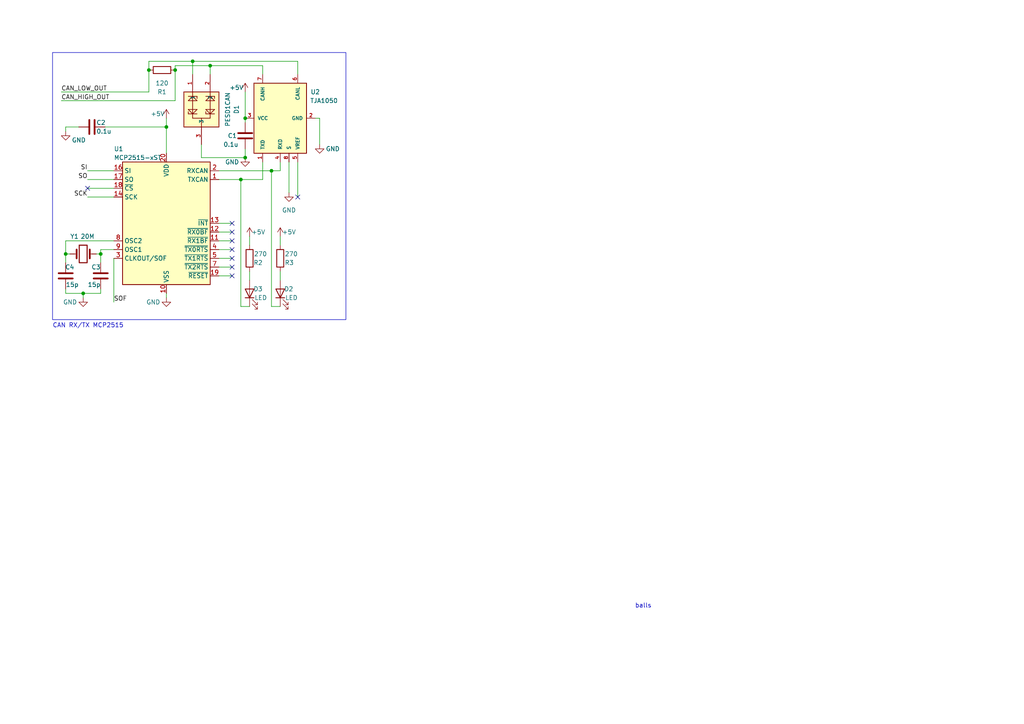
<source format=kicad_sch>
(kicad_sch (version 20230121) (generator eeschema)
  (paper "A4")
  (lib_symbols
    (symbol "Device:C" (pin_numbers hide) (pin_names (offset 0.254))
      (property "Reference" "C" (at 0.635 2.54 0))
      (property "Value" "C" (at 0.635 -2.54 0))
      (symbol "C_0_1"
        (polyline (pts (xy -2.032 -0.762) (xy 2.032 -0.762)) (stroke (width 0.508)))
        (polyline (pts (xy -2.032 0.762) (xy 2.032 0.762)) (stroke (width 0.508)))
      )
      (symbol "C_1_1"
        (pin passive line (at 0 3.81 270) (length 2.794) (name "~") (number "1"))
        (pin passive line (at 0 -3.81 90) (length 2.794) (name "~") (number "2"))
      )
    )
    (symbol "Device:Crystal" (pin_numbers hide) (pin_names (offset 1.016) hide)
      (property "Reference" "Y" (at 0 3.81 0))
      (property "Value" "Crystal" (at 0 -3.81 0))
      (symbol "Crystal_0_1"
        (rectangle (start -1.143 2.54) (end 1.143 -2.54) (stroke (width 0.3048)))
        (polyline (pts (xy -2.54 0) (xy -1.905 0)))
        (polyline (pts (xy -1.905 -1.27) (xy -1.905 1.27)) (stroke (width 0.508)))
        (polyline (pts (xy 1.905 -1.27) (xy 1.905 1.27)) (stroke (width 0.508)))
        (polyline (pts (xy 2.54 0) (xy 1.905 0)))
      )
      (symbol "Crystal_1_1"
        (pin passive line (at -3.81 0 0) (length 1.27) (name "1") (number "1"))
        (pin passive line (at 3.81 0 180) (length 1.27) (name "2") (number "2"))
      )
    )
    (symbol "Device:LED" (pin_numbers hide) (pin_names (offset 1.016) hide)
      (property "Reference" "D" (at 0 2.54 0))
      (property "Value" "LED" (at 0 -2.54 0))
      (symbol "LED_0_1"
        (polyline (pts (xy -1.27 -1.27) (xy -1.27 1.27)) (stroke (width 0.254)))
        (polyline (pts (xy -1.27 0) (xy 1.27 0)))
        (polyline (pts (xy 1.27 -1.27) (xy 1.27 1.27) (xy -1.27 0) (xy 1.27 -1.27)) (stroke (width 0.254)))
        (polyline (pts (xy -3.048 -0.762) (xy -4.572 -2.286) (xy -3.81 -2.286) (xy -4.572 -2.286) (xy -4.572 -1.524)))
        (polyline (pts (xy -1.778 -0.762) (xy -3.302 -2.286) (xy -2.54 -2.286) (xy -3.302 -2.286) (xy -3.302 -1.524)))
      )
      (symbol "LED_1_1"
        (pin passive line (at -3.81 0 0) (length 2.54) (name "K") (number "1"))
        (pin passive line (at 3.81 0 180) (length 2.54) (name "A") (number "2"))
      )
    )
    (symbol "Device:R" (pin_numbers hide) (pin_names (offset 0))
      (property "Reference" "R" (at 2.032 0 90))
      (property "Value" "R" (at 0 0 90))
      (symbol "R_0_1"
        (rectangle (start -1.016 -2.54) (end 1.016 2.54) (stroke (width 0.254)))
      )
      (symbol "R_1_1"
        (pin passive line (at 0 3.81 270) (length 1.27) (name "~") (number "1"))
        (pin passive line (at 0 -3.81 90) (length 1.27) (name "~") (number "2"))
      )
    )
    (symbol "Interface_CAN_LIN:MCP2515-xST"
      (property "Reference" "U" (at -10.16 19.685 0))
      (property "Value" "MCP2515-xST" (at 19.05 20.32 0))
      (symbol "MCP2515-xST_0_1"
        (rectangle (start -12.7 17.78) (end 12.7 -17.78) (stroke (width 0.254)) (fill (type background)))
      )
      (symbol "MCP2515-xST_1_1"
        (pin output line (at 15.24 12.7 180) (length 2.54) (name "TXCAN") (number "1"))
        (pin power_in line (at 0 -20.32 90) (length 2.54) (name "VSS") (number "10"))
        (pin output line (at 15.24 -5.08 180) (length 2.54) (name "~{RX1BF}") (number "11"))
        (pin output line (at 15.24 -2.54 180) (length 2.54) (name "~{RX0BF}") (number "12"))
        (pin output line (at 15.24 0 180) (length 2.54) (name "~{INT}") (number "13"))
        (pin input line (at -15.24 7.62 0) (length 2.54) (name "SCK") (number "14"))
        (pin no_connect line (at -12.7 -2.54 0) (length 2.54) hide (name "NC") (number "15"))
        (pin input line (at -15.24 15.24 0) (length 2.54) (name "SI") (number "16"))
        (pin output line (at -15.24 12.7 0) (length 2.54) (name "SO") (number "17"))
        (pin input line (at -15.24 10.16 0) (length 2.54) (name "~{CS}") (number "18"))
        (pin input line (at 15.24 -15.24 180) (length 2.54) (name "~{RESET}") (number "19"))
        (pin input line (at 15.24 15.24 180) (length 2.54) (name "RXCAN") (number "2"))
        (pin power_in line (at 0 20.32 270) (length 2.54) (name "VDD") (number "20"))
        (pin output line (at -15.24 -10.16 0) (length 2.54) (name "CLKOUT/SOF") (number "3"))
        (pin input line (at 15.24 -7.62 180) (length 2.54) (name "~{TX0RTS}") (number "4"))
        (pin input line (at 15.24 -10.16 180) (length 2.54) (name "~{TX1RTS}") (number "5"))
        (pin no_connect line (at -12.7 0 0) (length 2.54) hide (name "NC") (number "6"))
        (pin input line (at 15.24 -12.7 180) (length 2.54) (name "~{TX2RTS}") (number "7"))
        (pin output line (at -15.24 -5.08 0) (length 2.54) (name "OSC2") (number "8"))
        (pin input line (at -15.24 -7.62 0) (length 2.54) (name "OSC1") (number "9"))
      )
    )
    (symbol "PESD1CAN:PESD1CAN" (pin_names (offset 1.016))
      (property "Reference" "D" (at 0 11.4366 0))
      (property "Value" "PESD1CAN" (at 0 -2.542 0))
      (symbol "PESD1CAN_0_0"
        (polyline (pts (xy 0 2.54) (xy 1.27 2.54)) (stroke (width 0.2032)))
        (polyline (pts (xy 0 7.62) (xy 1.27 7.62)) (stroke (width 0.2032)))
        (polyline (pts (xy 1.27 1.27) (xy 1.905 1.27)) (stroke (width 0.2032)))
        (polyline (pts (xy 1.27 2.54) (xy 1.27 1.27)) (stroke (width 0.2032)))
        (polyline (pts (xy 1.27 2.54) (xy 2.54 3.81)) (stroke (width 0.2032)))
        (polyline (pts (xy 1.27 2.54) (xy 6.35 2.54)) (stroke (width 0.2032)))
        (polyline (pts (xy 1.27 3.81) (xy 1.27 2.54)) (stroke (width 0.2032)))
        (polyline (pts (xy 1.27 6.35) (xy 1.905 6.35)) (stroke (width 0.2032)))
        (polyline (pts (xy 1.27 7.62) (xy 1.27 6.35)) (stroke (width 0.2032)))
        (polyline (pts (xy 1.27 7.62) (xy 2.54 8.89)) (stroke (width 0.2032)))
        (polyline (pts (xy 1.27 7.62) (xy 6.35 7.62)) (stroke (width 0.2032)))
        (polyline (pts (xy 1.27 8.89) (xy 1.27 7.62)) (stroke (width 0.2032)))
        (polyline (pts (xy 2.54 1.27) (xy 1.27 2.54)) (stroke (width 0.2032)))
        (polyline (pts (xy 2.54 3.81) (xy 2.54 1.27)) (stroke (width 0.2032)))
        (polyline (pts (xy 2.54 6.35) (xy 1.27 7.62)) (stroke (width 0.2032)))
        (polyline (pts (xy 2.54 8.89) (xy 2.54 6.35)) (stroke (width 0.2032)))
        (polyline (pts (xy 5.08 1.27) (xy 6.35 2.54)) (stroke (width 0.2032)))
        (polyline (pts (xy 5.08 3.81) (xy 5.08 1.27)) (stroke (width 0.2032)))
        (polyline (pts (xy 5.08 6.35) (xy 6.35 7.62)) (stroke (width 0.2032)))
        (polyline (pts (xy 5.08 8.89) (xy 5.08 6.35)) (stroke (width 0.2032)))
        (polyline (pts (xy 6.35 1.27) (xy 6.35 2.54)) (stroke (width 0.2032)))
        (polyline (pts (xy 6.35 2.54) (xy 5.08 3.81)) (stroke (width 0.2032)))
        (polyline (pts (xy 6.35 2.54) (xy 6.35 3.81)) (stroke (width 0.2032)))
        (polyline (pts (xy 6.35 2.54) (xy 7.62 2.54)) (stroke (width 0.2032)))
        (polyline (pts (xy 6.35 3.81) (xy 5.715 3.81)) (stroke (width 0.2032)))
        (polyline (pts (xy 6.35 6.35) (xy 6.35 7.62)) (stroke (width 0.2032)))
        (polyline (pts (xy 6.35 7.62) (xy 5.08 8.89)) (stroke (width 0.2032)))
        (polyline (pts (xy 6.35 7.62) (xy 6.35 8.89)) (stroke (width 0.2032)))
        (polyline (pts (xy 6.35 7.62) (xy 7.62 7.62)) (stroke (width 0.2032)))
        (polyline (pts (xy 6.35 8.89) (xy 5.715 8.89)) (stroke (width 0.2032)))
        (polyline (pts (xy 7.62 5.08) (xy 7.62 2.54)) (stroke (width 0.2032)))
        (polyline (pts (xy 7.62 5.08) (xy 10.16 5.08)) (stroke (width 0.2032)))
        (polyline (pts (xy 7.62 7.62) (xy 7.62 5.08)) (stroke (width 0.2032)))
        (rectangle (start 0 0) (end 10.16 10.16) (stroke (width 0.254)) (fill (type background)))
        (pin bidirectional line (at -5.08 7.62 0) (length 5.08) (name "1") (number "1"))
        (pin bidirectional line (at -5.08 2.54 0) (length 5.08) (name "2") (number "2"))
        (pin bidirectional line (at 15.24 5.08 180) (length 5.08) (name "3") (number "3"))
      )
    )
    (symbol "TJA1050:TJA1050" (pin_names (offset 1.016))
      (property "Reference" "U" (at -10.16 10.16 0))
      (property "Value" "TJA1050" (at -10.16 -10.16 0))
      (symbol "TJA1050_0_0"
        (rectangle (start -10.16 -7.62) (end 10.16 7.62) (stroke (width 0.254)) (fill (type background)))
        (pin output line (at -12.7 5.08 0) (length 2.54) (name "TXD") (number "1"))
        (pin bidirectional line (at 0 -10.16 90) (length 2.54) (name "GND") (number "2"))
        (pin bidirectional line (at 0 10.16 270) (length 2.54) (name "VCC") (number "3"))
        (pin bidirectional line (at -12.7 0 0) (length 2.54) (name "RXD") (number "4"))
        (pin passive line (at -12.7 -5.08 0) (length 2.54) (name "VREF") (number "5"))
        (pin bidirectional line (at 12.7 -5.08 180) (length 2.54) (name "CANL") (number "6"))
        (pin bidirectional line (at 12.7 5.08 180) (length 2.54) (name "CANH") (number "7"))
        (pin power_in line (at -12.7 -2.54 0) (length 2.54) (name "S") (number "8"))
      )
    )
    (symbol "power:+5V" (power) (pin_names (offset 0))
      (property "Value" "+5V" (at 0 3.556 0))
      (symbol "+5V_0_1"
        (polyline (pts (xy -0.762 1.27) (xy 0 2.54)))
        (polyline (pts (xy 0 0) (xy 0 2.54)))
        (polyline (pts (xy 0 2.54) (xy 0.762 1.27)))
      )
      (symbol "+5V_1_1"
        (pin power_in line (at 0 0 90) (length 0) hide (name "+5V") (number "1"))
      )
    )
    (symbol "power:GND" (power) (pin_names (offset 0))
      (property "Value" "GND" (at 0 -3.81 0))
      (symbol "GND_0_1"
        (polyline (pts (xy 0 0) (xy 0 -1.27) (xy 1.27 -1.27) (xy 0 -2.54) (xy -1.27 -1.27) (xy 0 -1.27)))
      )
      (symbol "GND_1_1"
        (pin power_in line (at 0 0 270) (length 0) hide (name "GND") (number "1"))
      )
    )
  )
  (junction (at 29.21 73.66))
  (junction (at 71.12 45.72))
  (junction (at 69.85 52.07))
  (junction (at 78.74 49.53))
  (junction (at 60.96 19.05))
  (junction (at 43.18 20.32))
  (junction (at 48.26 36.83))
  (junction (at 55.88 17.78))
  (junction (at 19.05 73.66))
  (junction (at 50.8 20.32))
  (junction (at 71.12 34.29))
  (junction (at 24.13 85.09))
  (no_connect (at 67.31 64.77))
  (no_connect (at 67.31 77.47))
  (no_connect (at 67.31 72.39))
  (no_connect (at 67.31 80.01))
  (no_connect (at 67.31 69.85))
  (no_connect (at 67.31 67.31))
  (no_connect (at 86.36 57.15))
  (no_connect (at 67.31 74.93))
  (no_connect (at 25.4 54.61))
  (wire (pts (xy 43.18 17.78) (xy 43.18 20.32)))
  (wire (pts (xy 83.82 46.99) (xy 83.82 55.88)))
  (wire (pts (xy 25.4 54.61) (xy 33.02 54.61)))
  (wire (pts (xy 17.78 26.67) (xy 43.18 26.67)))
  (wire (pts (xy 92.71 34.29) (xy 92.71 41.91)))
  (wire (pts (xy 48.26 36.83) (xy 48.26 44.45)))
  (wire (pts (xy 63.5 69.85) (xy 67.31 69.85)))
  (wire (pts (xy 63.5 77.47) (xy 67.31 77.47)))
  (wire (pts (xy 50.8 19.05) (xy 60.96 19.05)))
  (wire (pts (xy 81.28 78.74) (xy 81.28 81.28)))
  (wire (pts (xy 27.94 73.66) (xy 29.21 73.66)))
  (wire (pts (xy 58.42 45.72) (xy 58.42 41.91)))
  (wire (pts (xy 63.5 49.53) (xy 78.74 49.53)))
  (wire (pts (xy 69.85 52.07) (xy 76.2 52.07)))
  (wire (pts (xy 81.28 49.53) (xy 81.28 46.99)))
  (wire (pts (xy 81.28 88.9) (xy 78.74 88.9)))
  (wire (pts (xy 78.74 49.53) (xy 78.74 88.9)))
  (wire (pts (xy 71.12 26.67) (xy 71.12 34.29)))
  (wire (pts (xy 86.36 21.59) (xy 86.36 17.78)))
  (wire (pts (xy 78.74 49.53) (xy 81.28 49.53)))
  (wire (pts (xy 50.8 19.05) (xy 50.8 20.32)))
  (wire (pts (xy 50.8 29.21) (xy 17.78 29.21)))
  (wire (pts (xy 19.05 85.09) (xy 24.13 85.09)))
  (wire (pts (xy 30.48 36.83) (xy 48.26 36.83)))
  (wire (pts (xy 33.02 69.85) (xy 19.05 69.85)))
  (wire (pts (xy 63.5 64.77) (xy 67.31 64.77)))
  (wire (pts (xy 58.42 45.72) (xy 71.12 45.72)))
  (wire (pts (xy 63.5 52.07) (xy 69.85 52.07)))
  (wire (pts (xy 19.05 69.85) (xy 19.05 73.66)))
  (wire (pts (xy 72.39 88.9) (xy 69.85 88.9)))
  (wire (pts (xy 50.8 20.32) (xy 50.8 29.21)))
  (wire (pts (xy 25.4 52.07) (xy 33.02 52.07)))
  (wire (pts (xy 72.39 78.74) (xy 72.39 81.28)))
  (wire (pts (xy 24.13 85.09) (xy 24.13 86.36)))
  (wire (pts (xy 60.96 19.05) (xy 60.96 21.59)))
  (wire (pts (xy 19.05 83.82) (xy 19.05 85.09)))
  (wire (pts (xy 63.5 80.01) (xy 67.31 80.01)))
  (wire (pts (xy 69.85 88.9) (xy 69.85 52.07)))
  (wire (pts (xy 63.5 72.39) (xy 67.31 72.39)))
  (wire (pts (xy 24.13 85.09) (xy 29.21 85.09)))
  (wire (pts (xy 81.28 68.58) (xy 81.28 71.12)))
  (wire (pts (xy 29.21 73.66) (xy 29.21 76.2)))
  (wire (pts (xy 48.26 34.29) (xy 48.26 36.83)))
  (wire (pts (xy 43.18 20.32) (xy 43.18 26.67)))
  (wire (pts (xy 63.5 67.31) (xy 67.31 67.31)))
  (wire (pts (xy 55.88 17.78) (xy 55.88 21.59)))
  (wire (pts (xy 43.18 17.78) (xy 55.88 17.78)))
  (wire (pts (xy 86.36 46.99) (xy 86.36 57.15)))
  (wire (pts (xy 48.26 85.09) (xy 48.26 86.36)))
  (wire (pts (xy 19.05 36.83) (xy 22.86 36.83)))
  (wire (pts (xy 76.2 21.59) (xy 76.2 19.05)))
  (wire (pts (xy 20.32 73.66) (xy 19.05 73.66)))
  (wire (pts (xy 55.88 17.78) (xy 86.36 17.78)))
  (wire (pts (xy 63.5 74.93) (xy 67.31 74.93)))
  (wire (pts (xy 25.4 57.15) (xy 33.02 57.15)))
  (wire (pts (xy 33.02 74.93) (xy 33.02 87.63)))
  (wire (pts (xy 76.2 52.07) (xy 76.2 46.99)))
  (wire (pts (xy 60.96 19.05) (xy 76.2 19.05)))
  (wire (pts (xy 19.05 36.83) (xy 19.05 38.1)))
  (wire (pts (xy 72.39 68.58) (xy 72.39 71.12)))
  (wire (pts (xy 33.02 72.39) (xy 29.21 72.39)))
  (wire (pts (xy 25.4 49.53) (xy 33.02 49.53)))
  (wire (pts (xy 19.05 73.66) (xy 19.05 76.2)))
  (wire (pts (xy 71.12 43.18) (xy 71.12 45.72)))
  (wire (pts (xy 29.21 85.09) (xy 29.21 83.82)))
  (wire (pts (xy 29.21 73.66) (xy 29.21 72.39)))
  (wire (pts (xy 71.12 34.29) (xy 71.12 35.56)))
  (wire (pts (xy 91.44 34.29) (xy 92.71 34.29)))
  (rectangle (start 15.24 15.24) (end 100.33 92.71))
  (text "CAN RX/TX MCP2515" (at 15.24 95.25 0) (effects (font (size 1.27 1.27)) (justify left bottom)))
  (text "balls" (at 184.15 176.53 0) (effects (font (size 1.27 1.27)) (justify left bottom)))
  (label "SOF" (at 33.02 87.63 0))
  (label "SCK" (at 25.4 57.15 180))
  (label "CAN_LOW_OUT" (at 17.78 26.67 0))
  (label "CAN_HIGH_OUT" (at 17.78 29.21 0))
  (label "SO" (at 25.4 52.07 180))
  (label "SI" (at 25.4 49.53 180))
  (symbol (lib_id "Device:C") (at 29.21 80.01 180) (unit 1)
    (property "Reference" "C3" (at 29.21 77.47 0) (effects (justify left)))
    (property "Value" "15p" (at 29.21 82.55 0) (effects (justify left)))
    (property "Footprint" "Capacitor_SMD:C_0603_1608Metric" (effects hide))
  )
  (symbol (lib_id "Device:C") (at 71.12 39.37 0) (unit 1)
    (property "Reference" "C1" (at 66.04 39.37 0) (effects (justify left)))
    (property "Value" "0.1u" (at 64.77 41.91 0) (effects (justify left)))
    (property "Footprint" "Capacitor_SMD:C_0603_1608Metric" (effects hide))
  )
  (symbol (lib_id "power:GND") (at 48.26 86.36 0) (unit 1)
    (property "Reference" "#PWR07" (effects hide))
    (property "Value" "GND" (at 44.45 87.63 0))
  )
  (symbol (lib_id "Device:LED") (at 72.39 85.09 90) (unit 1)
    (property "Reference" "D3" (at 76.2 83.82 90) (effects (justify left)))
    (property "Value" "LED" (at 77.47 86.36 90) (effects (justify left)))
    (property "Footprint" "LED_SMD:LED_1206_3216Metric" (effects hide))
  )
  (symbol (lib_id "power:GND") (at 19.05 38.1 0) (unit 1)
    (property "Reference" "#PWR06" (effects hide))
    (property "Value" "GND" (at 22.86 40.64 0))
  )
  (symbol (lib_id "power:+5V") (at 48.26 34.29 0) (unit 1)
    (property "Reference" "#PWR05" (effects hide))
    (property "Value" "+5V" (at 45.72 33.02 0))
  )
  (symbol (lib_id "Device:LED") (at 81.28 85.09 90) (unit 1)
    (property "Reference" "D2" (at 85.09 83.82 90) (effects (justify left)))
    (property "Value" "LED" (at 86.36 86.36 90) (effects (justify left)))
    (property "Footprint" "LED_SMD:LED_1206_3216Metric" (effects hide))
  )
  (symbol (lib_id "Interface_CAN_LIN:MCP2515-xST") (at 48.26 64.77 0) (unit 1)
    (property "Reference" "U1" (at 33.02 43.18 0) (effects (justify left)))
    (property "Value" "MCP2515-xST" (at 33.02 45.72 0) (effects (justify left)))
    (property "Footprint" "Package_SO:TSSOP-20_4.4x6.5mm_P0.65mm" (effects hide))
    (property "Datasheet" "http://ww1.microchip.com/downloads/en/DeviceDoc/21801e.pdf" (effects hide))
  )
  (symbol (lib_id "Device:R") (at 72.39 74.93 0) (unit 1)
    (property "Reference" "R2" (at 76.2 76.2 0) (effects (justify right)))
    (property "Value" "270" (at 77.47 73.66 0) (effects (justify right)))
    (property "Footprint" "Resistor_SMD:R_0603_1608Metric_Pad0.98x0.95mm_HandSolder" (effects hide))
  )
  (symbol (lib_id "Device:R") (at 46.99 20.32 90) (mirror x) (unit 1)
    (property "Reference" "R1" (at 46.99 26.67 90))
    (property "Value" "120" (at 46.99 24.13 90))
    (property "Footprint" "Resistor_SMD:R_0603_1608Metric_Pad0.98x0.95mm_HandSolder" (effects hide))
  )
  (symbol (lib_id "power:GND") (at 71.12 45.72 0) (unit 1)
    (property "Reference" "#PWR02" (effects hide))
    (property "Value" "GND" (at 67.31 46.99 0))
  )
  (symbol (lib_id "TJA1050:TJA1050") (at 81.28 34.29 90) (unit 1)
    (property "Reference" "U2" (at 91.44 26.67 90))
    (property "Value" "TJA1050" (at 93.98 29.21 90))
    (property "Footprint" "TJA1050:SOT96-1" (effects hide))
    (property "MF" "NXP Semiconductors" (effects hide))
    (property "Description" "\nCAN 1MBd Silent 5V Automotive 8-Pin SO T/R\n" (effects hide))
    (property "Package" "None" (effects hide))
    (property "Price" "None" (effects hide))
    (property "SnapEDA_Link" "https://www.snapeda.com/parts/TJA1050/NXP+Semiconductors/view-part/?ref=snap" (effects hide))
    (property "MP" "TJA1050" (effects hide))
    (property "Availability" "Not in stock" (effects hide))
    (property "Check_prices" "https://www.snapeda.com/parts/TJA1050/NXP+Semiconductors/view-part/?ref=eda" (effects hide))
  )
  (symbol (lib_id "Device:Crystal") (at 24.13 73.66 0) (mirror y) (unit 1)
    (property "Reference" "Y1" (at 21.59 68.58 0))
    (property "Value" "20M" (at 25.4 68.58 0))
    (property "Footprint" "Crystal:Crystal_HC49-U_Vertical" (effects hide))
  )
  (symbol (lib_id "power:+5V") (at 71.12 26.67 0) (unit 1)
    (property "Reference" "#PWR03" (effects hide))
    (property "Value" "+5V" (at 68.58 25.4 0))
  )
  (symbol (lib_id "PESD1CAN:PESD1CAN") (at 63.5 26.67 90) (mirror x) (unit 1)
    (property "Reference" "D1" (at 68.58 31.75 0))
    (property "Value" "PESD1CAN" (at 66.04 31.75 0))
    (property "Footprint" "PESD1CAN:SOT23-3" (effects hide))
    (property "SnapEDA_Link" "https://www.snapeda.com/parts/PESD1CAN/Nexperia/view-part/?ref=snap" (effects hide))
    (property "Description" "\n50V Clamp 3A (8/20µs) Ipp Tvs Diode Surface Mount SOT-323\n" (effects hide))
    (property "Package" "SOT-23-3 NXP Semiconductors" (effects hide))
    (property "PROD_ID" "DIO-12501" (effects hide))
    (property "MF" "Nexperia USA" (effects hide))
    (property "MP" "PESD1CAN" (effects hide))
    (property "Check_prices" "https://www.snapeda.com/parts/PESD1CAN/Nexperia/view-part/?ref=eda" (effects hide))
  )
  (symbol (lib_id "Device:C") (at 26.67 36.83 270) (unit 1)
    (property "Reference" "C2" (at 27.94 35.56 90) (effects (justify left)))
    (property "Value" "0.1u" (at 27.94 38.1 90) (effects (justify left)))
    (property "Footprint" "Capacitor_SMD:C_0603_1608Metric" (effects hide))
  )
  (symbol (lib_id "power:GND") (at 92.71 41.91 0) (unit 1)
    (property "Reference" "#PWR04" (effects hide))
    (property "Value" "GND" (at 96.52 43.18 0))
  )
  (symbol (lib_id "Device:R") (at 81.28 74.93 0) (mirror y) (unit 1)
    (property "Reference" "R3" (at 82.55 76.2 0) (effects (justify right)))
    (property "Value" "270" (at 82.55 73.66 0) (effects (justify right)))
    (property "Footprint" "Resistor_SMD:R_0603_1608Metric_Pad0.98x0.95mm_HandSolder" (effects hide))
  )
  (symbol (lib_id "Device:C") (at 19.05 80.01 180) (unit 1)
    (property "Reference" "C4" (at 21.59 77.47 0) (effects (justify left)))
    (property "Value" "15p" (at 22.86 82.55 0) (effects (justify left)))
    (property "Footprint" "Capacitor_SMD:C_0603_1608Metric" (effects hide))
  )
  (symbol (lib_id "power:+5V") (at 81.28 68.58 0) (mirror y) (unit 1)
    (property "Reference" "#PWR010" (effects hide))
    (property "Value" "+5V" (at 83.82 67.31 0))
  )
  (symbol (lib_id "power:+5V") (at 72.39 68.58 0) (unit 1)
    (property "Reference" "#PWR09" (effects hide))
    (property "Value" "+5V" (at 74.93 67.31 0))
  )
  (symbol (lib_id "power:GND") (at 83.82 55.88 0) (unit 1)
    (property "Reference" "#PWR01" (effects hide))
    (property "Value" "GND" (at 83.82 60.96 0))
  )
  (symbol (lib_id "power:GND") (at 24.13 86.36 0) (unit 1)
    (property "Reference" "#PWR08" (effects hide))
    (property "Value" "GND" (at 20.32 87.63 0))
  )
)
</source>
